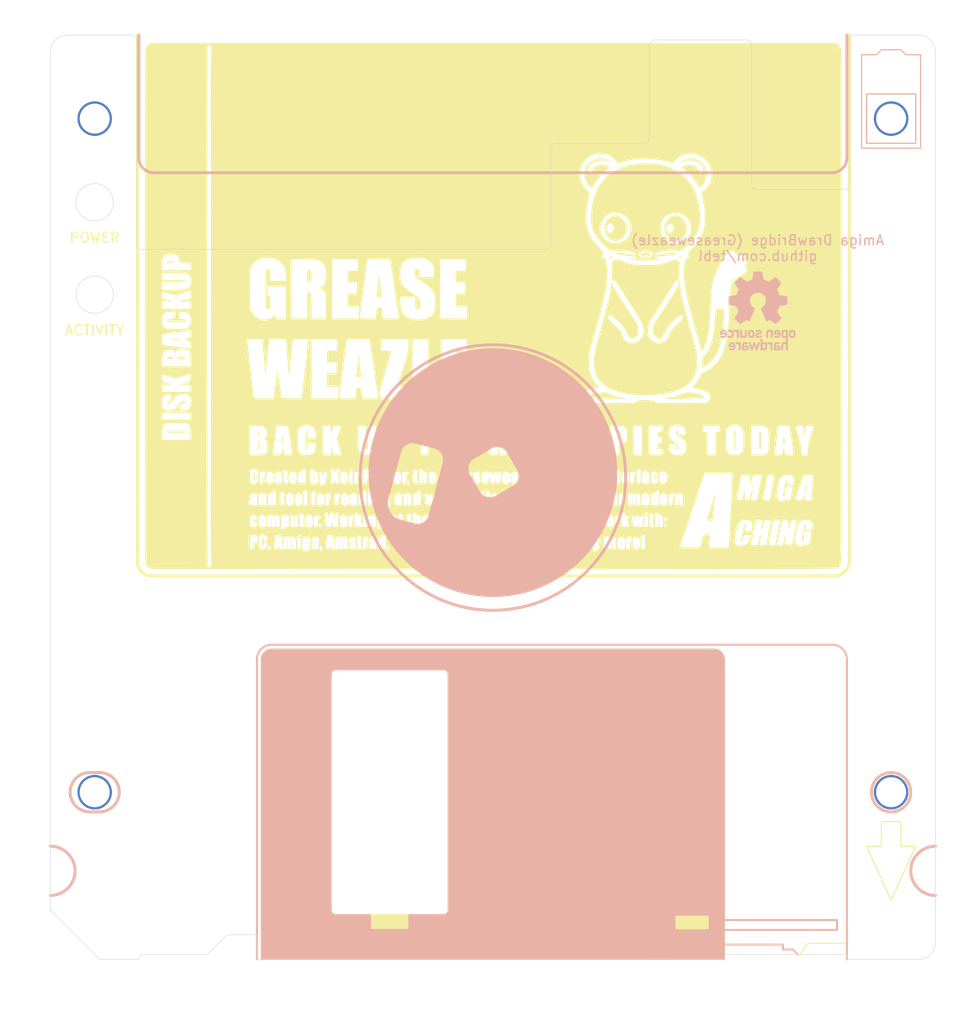
<source format=kicad_pcb>
(kicad_pcb (version 20171130) (host pcbnew "(5.1.8)-1")
  (layers (0 F.Cu signal) (31 B.Cu signal) (34 B.Paste user) (35 F.Paste user) (36 B.SilkS user) (37 F.SilkS user) (38 B.Mask user) (39 F.Mask user) (44 Edge.Cuts user))
  (net 0 "")
  (net 1 GND)
  (module artwork:greaseweazle_label_amstrad (layer F.Cu) (at 153.035 82.55)
    (fp_text reference G*** hide)
    (fp_text value LOGO hide)
  )
  (module Symbol:OSHW-Logo_7.5x8mm_SilkScreen (layer B.Cu) (at 179.962 83.048 180)
    (fp_text reference REF** hide)
    (fp_text value OSHW-Logo_7.5x8mm_SilkScreen hide)
  )
  (module mounting:M3_pin (layer F.Cu) (at 112.5 132)
    (fp_text reference M1 hide)
    (fp_text value Mounting hide)
    (pad 1 thru_hole circle (at 0 0) (size 3.5 3.5) (drill 3.048) (layers *.Cu *.Mask))
  )
  (module mounting:M3_pin (layer F.Cu) (at 193.5 132)
    (fp_text reference M2 hide)
    (fp_text value Mounting hide)
    (pad 1 thru_hole circle (at 0 0) (size 3.5 3.5) (drill 3.048) (layers *.Cu *.Mask))
  )
  (module mounting:M3_pin (layer F.Cu) (at 193.5 63.5)
    (fp_text reference M3 hide)
    (fp_text value Mounting hide)
    (pad 1 thru_hole circle (at 0 0) (size 3.5 3.5) (drill 3.048) (layers *.Cu *.Mask))
  )
  (module mounting:M3_pin (layer F.Cu) (at 112.5 63.5)
    (fp_text reference M4 hide)
    (fp_text value Mounting hide)
    (pad 1 thru_hole circle (at 0 0) (size 3.5 3.5) (drill 3.048) (layers *.Cu *.Mask))
  )
  (gr_arc (start 159.4 66.5) (end 159.4 66) (angle -90) (layer Edge.Cuts) (width 0.05))
  (gr_line (start 159.4 66) (end 168.4 66) (layer Edge.Cuts) (width 0.05))
  (gr_line (start 158.9 76.3) (end 158.9 66.5) (layer Edge.Cuts) (width 0.05))
  (gr_arc (start 158.4 76.3) (end 158.4 76.8) (angle -90) (layer Edge.Cuts) (width 0.05))
  (gr_text 1 (at 171.45 59.69) (layer F.SilkS) (effects (font (size 1 1))))
  (gr_line (start 170.265 60.2) (end 170.265 59.2) (layer F.SilkS) (width 0.12))
  (gr_line (start 169.365 59.7) (end 170.265 60.2) (layer F.SilkS) (width 0.12))
  (gr_line (start 169.365 59.7) (end 170.265 59.2) (layer F.SilkS) (width 0.12))
  (gr_line (start 188.8 70.7) (end 179.8 70.7) (layer Edge.Cuts) (width 0.05))
  (gr_line (start 189.3 55.5) (end 189.3 70.2) (layer Edge.Cuts) (width 0.05))
  (gr_arc (start 188.8 70.2) (end 188.8 70.7) (angle -90) (layer Edge.Cuts) (width 0.05))
  (gr_line (start 179.3 70.2) (end 179.3 56) (layer Edge.Cuts) (width 0.05))
  (gr_arc (start 179.8 70.2) (end 179.3 70.2) (angle -90) (layer Edge.Cuts) (width 0.05))
  (gr_arc (start 178.8 56) (end 179.3 56) (angle -90) (layer Edge.Cuts) (width 0.05))
  (gr_arc (start 169.4 56) (end 169.4 55.5) (angle -90) (layer Edge.Cuts) (width 0.05))
  (gr_line (start 168.9 56) (end 168.9 65.5) (layer Edge.Cuts) (width 0.05))
  (gr_line (start 178.8 55.5) (end 169.4 55.5) (layer Edge.Cuts) (width 0.05))
  (gr_arc (start 168.4 65.5) (end 168.4 66) (angle -90) (layer Edge.Cuts) (width 0.05))
  (gr_arc (start 117.3 76.3) (end 116.8 76.3) (angle -90) (layer Edge.Cuts) (width 0.05))
  (gr_line (start 117.3 76.8) (end 158.4 76.8) (layer Edge.Cuts) (width 0.05))
  (gr_circle (center 112.5 81.407) (end 114.4 81.407) (layer Edge.Cuts) (width 0.05))
  (gr_circle (center 112.5 72.009) (end 114.4 72.009) (layer Edge.Cuts) (width 0.05))
  (gr_arc (start 196.3 147.3) (end 196.3 149) (angle -90) (layer Edge.Cuts) (width 0.05))
  (gr_arc (start 196.3 56.7) (end 198 56.7) (angle -90) (layer Edge.Cuts) (width 0.05))
  (gr_text ACTIVITY (at 112.5 85.007) (layer F.SilkS) (effects (font (size 1 1))))
  (gr_text POWER (at 112.5 75.609) (layer F.SilkS) (effects (font (size 1 1))))
  (gr_text "Amiga DrawBridge (Greaseweazle)\ngithub.com/tebl" (at 179.927 76.668) (layer B.SilkS) (effects (font (size 1 1)) (justify mirror)))
  (gr_line (start 116.84 88.265) (end 116.84 108.5) (layer F.SilkS) (width 0.3))
  (gr_line (start 196 61) (end 191 61) (layer F.SilkS) (width 0.12))
  (gr_line (start 191 61) (end 191 66) (layer B.SilkS) (width 0.12))
  (gr_line (start 196 61) (end 191 61) (layer B.SilkS) (width 0.12))
  (gr_line (start 196 66) (end 196 61) (layer B.SilkS) (width 0.12))
  (gr_line (start 191 66) (end 191 61) (layer F.SilkS) (width 0.12))
  (gr_line (start 191 66) (end 196 66) (layer B.SilkS) (width 0.12))
  (gr_line (start 196 61) (end 196 66) (layer F.SilkS) (width 0.12))
  (gr_line (start 196 66) (end 191 66) (layer F.SilkS) (width 0.12))
  (gr_poly (pts (xy 155.7 87.3) (xy 157.8 87.9) (xy 159.5 88.8) (xy 161.3 90.1) (xy 162.4 91.3) (xy 163.1 92.1) (xy 163.8 93.2) (xy 164.2 94) (xy 147.1 88.5) (xy 148.4 87.9) (xy 150.3 87.3) (xy 152 87) (xy 153.6 87)) (layer B.SilkS) (width 0.1))
  (gr_poly (pts (xy 150.5 98.7) (xy 150.4 99.1) (xy 150.5 99.4) (xy 150.615185 99.711237) (xy 150.8 100) (xy 147.6 100) (xy 147.953637 98.530233) (xy 148 98.2) (xy 150.8 98.2)) (layer B.SilkS) (width 0.1))
  (gr_poly (pts (xy 164.2 94) (xy 165.1 96.3) (xy 165.5 98.9) (xy 165.3 101.7) (xy 164.8 103.7) (xy 146.530132 103.842824) (xy 146.7 103.2) (xy 147.2 101.4) (xy 147.6 100) (xy 150.8 100) (xy 151.615185 101.443288) (xy 151.9 101.8) (xy 152.3 102) (xy 152.8 102.1) (xy 153.1 102) (xy 153.5 101.8) (xy 155.2 100.8) (xy 155.4 100.6) (xy 155.6 100.3) (xy 155.7 99.8) (xy 155.6 99.4) (xy 155.3 98.8) (xy 154.4 97.3) (xy 154.1 97) (xy 153.5 96.8) (xy 153 96.9) (xy 150.8 98.2) (xy 148 98.2) (xy 147.9 97.7) (xy 147.8 97.5) (xy 147.5 97.2) (xy 147.069753 96.999301) (xy 147.1 88.5)) (layer B.SilkS) (width 0.1))
  (gr_poly (pts (xy 143.2 98.9) (xy 142.312875 102.195177) (xy 142.2 102.7) (xy 142.5 103.6) (xy 142.8 103.9) (xy 143.2 104.2) (xy 143.8 104.4) (xy 144.9 104.7) (xy 145.3 104.8) (xy 145.8 104.7) (xy 146.1 104.5) (xy 146.4 104.2) (xy 146.530132 103.842824) (xy 164.8 103.7) (xy 163.8 105.7) (xy 162.6 107.5) (xy 161.4 108.7) (xy 160 109.9) (xy 158.5 110.7) (xy 157.4 111.2) (xy 155.7 111.7) (xy 154.4 111.9) (xy 152.8 112) (xy 151.2 111.9) (xy 149.7 111.6) (xy 148.1 111) (xy 146.7 110.3) (xy 145.1 109.2) (xy 143.7 107.9) (xy 142.7 106.6) (xy 141.8 105.1) (xy 141.2 103.6) (xy 140.7 102) (xy 140.5 100.6) (xy 140.5 98.9) (xy 140.7 97.4) (xy 143.6 97.4)) (layer B.SilkS) (width 0.1))
  (gr_poly (pts (xy 147.069753 96.999301) (xy 145.3 96.5) (xy 144.8 96.4) (xy 144.2 96.6) (xy 143.8 96.9) (xy 143.60697 97.365549) (xy 143.6 97.4) (xy 140.7 97.4) (xy 141.2 95.4) (xy 141.9 93.8) (xy 142.9 92.2) (xy 143.6 91.3) (xy 145.8 89.3) (xy 147.1 88.5)) (layer B.SilkS) (width 0.1))
  (gr_poly (pts (xy 176 117.6) (xy 176.4 118) (xy 176.5 118.5) (xy 176.5 144.5) (xy 171.5 144.5) (xy 171.5 146) (xy 148.5 146) (xy 148.5 120) (xy 148.7 117.5) (xy 175.5 117.5)) (layer B.SilkS) (width 0.1))
  (gr_poly (pts (xy 148.7 120) (xy 148.5 120) (xy 148.5 119.8) (xy 148.3 119.6) (xy 148 119.5) (xy 136.8 119.5) (xy 136.6 119.7) (xy 136.5 120) (xy 136.5 144.1) (xy 136.7 144.4) (xy 137 144.5) (xy 140.5 144.5) (xy 140.5 146) (xy 144.5 146) (xy 144.5 144.5) (xy 148.2 144.5) (xy 148.4 144.3) (xy 148.5 144) (xy 148.5 146) (xy 175 146) (xy 175 144.5) (xy 176.5 144.5) (xy 176.5 149) (xy 129.5 149) (xy 129.5 118.3) (xy 129.6 118.1) (xy 129.8 117.8) (xy 130.1 117.6) (xy 130.5 117.5) (xy 148.7 117.5)) (layer B.SilkS) (width 0.1))
  (gr_poly (pts (xy 175.9 117.6) (xy 176.2 117.8) (xy 176.4 118.1) (xy 176.5 118.5) (xy 176.5 149) (xy 171.5 149) (xy 171.5 148.5) (xy 168.5 148.5) (xy 168.5 149) (xy 149.5 149) (xy 149.5 117.5) (xy 175.5 117.5)) (layer F.SilkS) (width 0.1))
  (gr_poly (pts (xy 149.5 149) (xy 137 149) (xy 137 144.5) (xy 148 144.5) (xy 148.3 144.4) (xy 148.5 144.2) (xy 148.5 120) (xy 148.4 119.7) (xy 148.2 119.5) (xy 137 119.5) (xy 137 117.5) (xy 149.5 117.5)) (layer F.SilkS) (width 0.1))
  (gr_poly (pts (xy 136.6 144.3) (xy 136.8 144.5) (xy 137 144.5) (xy 137 149) (xy 136.5 149) (xy 136.5 144)) (layer F.SilkS) (width 0.1))
  (gr_poly (pts (xy 137 119.5) (xy 136.8 119.5) (xy 136.6 119.7) (xy 136.5 120) (xy 136.5 117.5) (xy 137 117.5)) (layer F.SilkS) (width 0.1))
  (gr_poly (pts (xy 136.5 119.4) (xy 136.5 120) (xy 136.5 149) (xy 129.5 149) (xy 129.5 118.5) (xy 129.6 118) (xy 130 117.6) (xy 130.5 117.5) (xy 136.5 117.5)) (layer F.SilkS) (width 0.1))
  (gr_line (start 194.5 135) (end 194.5 137.5) (layer F.SilkS) (width 0.12))
  (gr_line (start 192.5 135) (end 194.5 135) (layer F.SilkS) (width 0.12))
  (gr_line (start 192.5 137.5) (end 192.5 135) (layer F.SilkS) (width 0.12))
  (gr_line (start 191 137.5) (end 192.5 137.5) (layer F.SilkS) (width 0.12))
  (gr_line (start 193.5 143) (end 191 137.5) (layer F.SilkS) (width 0.12))
  (gr_line (start 196 137.5) (end 194.5 137.5) (layer F.SilkS) (width 0.12))
  (gr_line (start 193.5 143) (end 196 137.5) (layer F.SilkS) (width 0.12))
  (gr_line (start 143.60697 97.365548) (end 142.312875 102.195177) (layer B.SilkS) (width 0.12))
  (gr_line (start 143.550312 104.338481) (end 144.999201 104.726709) (layer B.SilkS) (width 0.12))
  (gr_arc (start 144.003245 102.64811) (end 142.312875 102.195177) (angle -90) (layer B.SilkS) (width 0.12))
  (gr_arc (start 145.322724 103.519301) (end 144.999201 104.726709) (angle -90) (layer B.SilkS) (width 0.12))
  (gr_line (start 147.069753 96.999302) (end 145.137901 96.481664) (layer B.SilkS) (width 0.12))
  (gr_line (start 146.530132 103.842825) (end 147.953637 98.530233) (layer B.SilkS) (width 0.12))
  (gr_arc (start 146.746229 98.206709) (end 147.953637 98.530233) (angle -90) (layer B.SilkS) (width 0.12))
  (gr_arc (start 144.814378 97.689072) (end 145.137901 96.481664) (angle -90) (layer B.SilkS) (width 0.12))
  (gr_arc (start 154.429767 99.818288) (end 155.054767 100.90082) (angle -90) (layer B.SilkS) (width 0.12))
  (gr_arc (start 152.697716 100.818288) (end 151.615185 101.443288) (angle -90) (layer B.SilkS) (width 0.12))
  (gr_arc (start 151.697716 99.086237) (end 151.072716 98.003705) (angle -90) (layer B.SilkS) (width 0.12))
  (gr_arc (start 153.429767 98.086237) (end 154.512299 97.461237) (angle -90) (layer B.SilkS) (width 0.12))
  (gr_line (start 152.804767 97.003705) (end 151.072716 98.003705) (layer B.SilkS) (width 0.12))
  (gr_line (start 155.512299 99.193288) (end 154.512299 97.461237) (layer B.SilkS) (width 0.12))
  (gr_line (start 153.322716 101.90082) (end 155.054767 100.90082) (layer B.SilkS) (width 0.12))
  (gr_line (start 150.615185 99.711237) (end 151.615185 101.443288) (layer B.SilkS) (width 0.12))
  (gr_circle (center 153 99.5) (end 165.5 99.5) (layer B.SilkS) (width 0.3))
  (gr_circle (center 153 100) (end 166.5 100) (layer B.SilkS) (width 0.3))
  (gr_line (start 194.5 56.5) (end 192.5 56.5) (layer B.SilkS) (width 0.12))
  (gr_line (start 192 57) (end 190.5 57) (layer B.SilkS) (width 0.12))
  (gr_line (start 192.5 56.5) (end 192 57) (layer B.SilkS) (width 0.12))
  (gr_line (start 195 57) (end 196.5 57) (layer B.SilkS) (width 0.12))
  (gr_line (start 194.5 56.5) (end 195 57) (layer B.SilkS) (width 0.12))
  (gr_line (start 196.5 66.5) (end 190.5 66.5) (layer B.SilkS) (width 0.12))
  (gr_line (start 196.5 57) (end 196.5 66.5) (layer B.SilkS) (width 0.12))
  (gr_line (start 190.5 66.5) (end 190.5 57) (layer B.SilkS) (width 0.12))
  (gr_line (start 183.5 148) (end 184 148.5) (layer B.SilkS) (width 0.2))
  (gr_line (start 182.5 148) (end 183.5 148) (layer B.SilkS) (width 0.2))
  (gr_line (start 182.5 147.5) (end 182.5 148) (layer B.SilkS) (width 0.2))
  (gr_line (start 176.5 147.5) (end 182.5 147.5) (layer B.SilkS) (width 0.2))
  (gr_line (start 113 134) (end 112 134) (layer B.SilkS) (width 0.3))
  (gr_line (start 113 130) (end 112 130) (layer B.SilkS) (width 0.3))
  (gr_arc (start 113 132) (end 113 134) (angle -180) (layer B.SilkS) (width 0.3))
  (gr_arc (start 112 132) (end 112 130) (angle -180) (layer B.SilkS) (width 0.3))
  (gr_circle (center 193.5 132) (end 195.5 132) (layer B.SilkS) (width 0.3))
  (gr_arc (start 108 140) (end 108 142.5) (angle -90) (layer B.SilkS) (width 0.3))
  (gr_arc (start 108 140) (end 110.5 140) (angle -90) (layer B.SilkS) (width 0.3))
  (gr_arc (start 198 140) (end 195.5 140) (angle -90) (layer B.SilkS) (width 0.3))
  (gr_arc (start 198 140) (end 198 137.5) (angle -90) (layer B.SilkS) (width 0.3))
  (gr_line (start 188 145) (end 176.5 145) (layer B.SilkS) (width 0.2))
  (gr_line (start 188 146) (end 188 145) (layer B.SilkS) (width 0.2))
  (gr_line (start 176.5 146) (end 188 146) (layer B.SilkS) (width 0.2))
  (gr_line (start 171.5 144.5) (end 175 144.5) (layer B.SilkS) (width 0.12))
  (gr_line (start 171.5 146) (end 171.5 144.5) (layer B.SilkS) (width 0.12))
  (gr_line (start 175 146) (end 171.5 146) (layer B.SilkS) (width 0.12))
  (gr_line (start 175 144.5) (end 175 146) (layer B.SilkS) (width 0.12))
  (gr_line (start 185 147.365) (end 184.2643 148.5011) (layer F.SilkS) (width 0.12))
  (gr_line (start 189 147.365) (end 185 147.365) (layer F.SilkS) (width 0.12))
  (gr_line (start 176.5 148.5) (end 185 148.5) (layer Edge.Cuts) (width 0.05))
  (gr_line (start 176.5 149) (end 176.5 148.5) (layer Edge.Cuts) (width 0.05))
  (gr_line (start 189 149) (end 196.3 149) (layer Edge.Cuts) (width 0.05))
  (gr_line (start 189 148.5) (end 185 148.5) (layer Edge.Cuts) (width 0.05))
  (gr_line (start 189 149) (end 189 148.5) (layer Edge.Cuts) (width 0.05))
  (gr_line (start 148 144.5) (end 144.5 144.5) (layer B.SilkS) (width 0.2))
  (gr_line (start 137 119.5) (end 148 119.5) (layer B.SilkS) (width 0.2))
  (gr_line (start 148.5 120) (end 148.5 144) (layer B.SilkS) (width 0.2))
  (gr_arc (start 148 120) (end 148.5 120) (angle -90) (layer B.SilkS) (width 0.2))
  (gr_line (start 136.5 120) (end 136.5 144) (layer B.SilkS) (width 0.2))
  (gr_arc (start 137 144) (end 136.5 144) (angle -90) (layer B.SilkS) (width 0.2))
  (gr_line (start 137 144.5) (end 140.5 144.5) (layer B.SilkS) (width 0.2))
  (gr_arc (start 137 120) (end 137 119.5) (angle -90) (layer B.SilkS) (width 0.2))
  (gr_arc (start 148 144) (end 148 144.5) (angle -90) (layer B.SilkS) (width 0.2))
  (gr_line (start 140.5 144.5) (end 144.5 144.5) (layer F.SilkS) (width 0.2))
  (gr_line (start 148 144.5) (end 144.5 144.5) (layer F.SilkS) (width 0.2))
  (gr_line (start 140.5 144.5) (end 140.5 146) (layer B.SilkS) (width 0.2))
  (gr_line (start 144.5 144.5) (end 144.5 146) (layer B.SilkS) (width 0.2))
  (gr_line (start 140.5 146) (end 144.5 146) (layer B.SilkS) (width 0.2))
  (gr_arc (start 137 144) (end 136.5 144) (angle -90) (layer F.SilkS) (width 0.2))
  (gr_arc (start 148 144) (end 148 144.5) (angle -90) (layer F.SilkS) (width 0.2))
  (gr_arc (start 148 120) (end 148.5 120) (angle -90) (layer F.SilkS) (width 0.2))
  (gr_arc (start 137 120) (end 137 119.5) (angle -90) (layer F.SilkS) (width 0.2))
  (gr_line (start 137 119.5) (end 148 119.5) (layer F.SilkS) (width 0.2))
  (gr_line (start 137 144.5) (end 140.5 144.5) (layer F.SilkS) (width 0.2))
  (gr_line (start 148.5 120) (end 148.5 144) (layer F.SilkS) (width 0.2))
  (gr_line (start 136.5 120) (end 136.5 144) (layer F.SilkS) (width 0.2))
  (gr_arc (start 130.5 118.5) (end 130.5 117.5) (angle -90) (layer B.SilkS) (width 0.2))
  (gr_arc (start 175.5 118.5) (end 176.5 118.5) (angle -90) (layer B.SilkS) (width 0.2))
  (gr_line (start 129.5 118.5) (end 129.5 149) (layer B.SilkS) (width 0.2))
  (gr_line (start 176.5 118.5) (end 176.5 149) (layer B.SilkS) (width 0.2))
  (gr_line (start 130.5 117.5) (end 175.5 117.5) (layer B.SilkS) (width 0.2))
  (gr_line (start 130.5 117) (end 187.5 117) (layer B.SilkS) (width 0.2))
  (gr_line (start 129 118.5) (end 129 149) (layer B.SilkS) (width 0.2))
  (gr_arc (start 187.5 118.5) (end 189 118.5) (angle -90) (layer B.SilkS) (width 0.2))
  (gr_line (start 189 118.5) (end 189 149) (layer B.SilkS) (width 0.2))
  (gr_arc (start 130.5 118.5) (end 130.5 117) (angle -90) (layer B.SilkS) (width 0.2))
  (gr_line (start 171.5 148.5) (end 168.5 148.5) (layer F.SilkS) (width 0.1))
  (gr_line (start 168.5 148.5) (end 168.5 149) (layer F.SilkS) (width 0.1))
  (gr_line (start 171.5 148.5) (end 171.5 149) (layer F.SilkS) (width 0.1))
  (gr_line (start 176.5 118.5) (end 176.5 149) (layer F.SilkS) (width 0.2))
  (gr_line (start 130.5 117.5) (end 175.5 117.5) (layer F.SilkS) (width 0.2))
  (gr_arc (start 175.5 118.5) (end 176.5 118.5) (angle -90) (layer F.SilkS) (width 0.2))
  (gr_line (start 129.5 118.5) (end 129.5 149) (layer F.SilkS) (width 0.2))
  (gr_arc (start 130.5 118.5) (end 130.5 117.5) (angle -90) (layer F.SilkS) (width 0.2))
  (gr_line (start 189 55) (end 189 67.5) (layer B.SilkS) (width 0.3))
  (gr_line (start 117 55) (end 117 67.5) (layer B.SilkS) (width 0.3))
  (gr_arc (start 118.5 67.5) (end 117 67.5) (angle -90) (layer B.SilkS) (width 0.3))
  (gr_arc (start 187.5 67.5) (end 187.5 69) (angle -90) (layer B.SilkS) (width 0.3))
  (gr_line (start 187.5 69) (end 118.5 69) (layer B.SilkS) (width 0.3))
  (gr_line (start 130.5 117) (end 187.5 117) (layer F.SilkS) (width 0.2))
  (gr_arc (start 130.5 118.5) (end 130.5 117) (angle -90) (layer F.SilkS) (width 0.2))
  (gr_line (start 129 118.5) (end 129 149) (layer F.SilkS) (width 0.2))
  (gr_arc (start 187.5 118.5) (end 189 118.5) (angle -90) (layer F.SilkS) (width 0.2))
  (gr_line (start 189 118.5) (end 189 149) (layer F.SilkS) (width 0.2))
  (gr_arc (start 187.754 108.5) (end 187.754 110) (angle -90) (layer F.SilkS) (width 0.3))
  (gr_arc (start 118.34 108.5) (end 116.84 108.5) (angle -90) (layer F.SilkS) (width 0.3))
  (gr_line (start 187.754 110) (end 118.364 110) (layer F.SilkS) (width 0.3))
  (gr_line (start 189.254 55) (end 189.254 108.5) (layer F.SilkS) (width 0.3))
  (gr_line (start 116.84 55) (end 116.84 88.265) (layer F.SilkS) (width 0.3))
  (gr_line (start 117 149) (end 113 149) (layer Edge.Cuts) (width 0.05))
  (gr_line (start 129 146.5) (end 129 149) (layer Edge.Cuts) (width 0.05))
  (gr_arc (start 117.5 149) (end 117.5 148.5) (angle -90) (layer Edge.Cuts) (width 0.05))
  (gr_line (start 126 146.5) (end 129 146.5) (layer Edge.Cuts) (width 0.05))
  (gr_line (start 124 148.5) (end 126 146.5) (layer Edge.Cuts) (width 0.05))
  (gr_line (start 117.5 148.5) (end 124 148.5) (layer Edge.Cuts) (width 0.05))
  (gr_line (start 113 149) (end 108 144) (layer Edge.Cuts) (width 0.05))
  (gr_arc (start 189.8 55.5) (end 189.8 55) (angle -90) (layer Edge.Cuts) (width 0.05))
  (gr_arc (start 116.3 55.5) (end 116.8 55.5) (angle -90) (layer Edge.Cuts) (width 0.05))
  (gr_line (start 109.7 55) (end 116.3 55) (layer Edge.Cuts) (width 0.05))
  (gr_line (start 116.8 55.5) (end 116.8 76.3) (layer Edge.Cuts) (width 0.05))
  (gr_arc (start 109.7 56.7) (end 109.7 55) (angle -90) (layer Edge.Cuts) (width 0.05))
  (gr_line (start 108 144) (end 108 56.7) (layer Edge.Cuts) (width 0.05))
  (gr_line (start 176.5 149) (end 129 149) (layer Edge.Cuts) (width 0.05))
  (gr_line (start 198 56.7) (end 198 147.3) (layer Edge.Cuts) (width 0.05))
  (gr_line (start 189.8 55) (end 196.3 55) (layer Edge.Cuts) (width 0.05))
)
</source>
